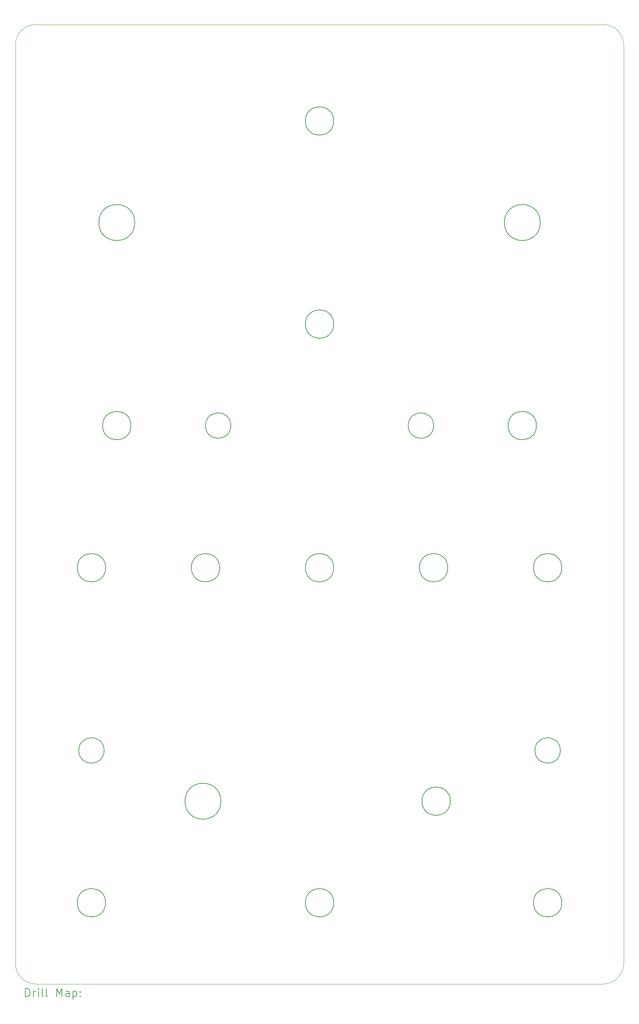
<source format=gbr>
%FSLAX45Y45*%
G04 Gerber Fmt 4.5, Leading zero omitted, Abs format (unit mm)*
G04 Created by KiCad (PCBNEW 6.0.5+dfsg-1~bpo11+1) date 2023-01-16 15:28:36*
%MOMM*%
%LPD*%
G01*
G04 APERTURE LIST*
%TA.AperFunction,Profile*%
%ADD10C,0.150000*%
%TD*%
%TA.AperFunction,Profile*%
%ADD11C,0.100000*%
%TD*%
%ADD12C,0.200000*%
G04 APERTURE END LIST*
D10*
X24130000Y-12065000D02*
G75*
G03*
X24130000Y-12065000I-317500J0D01*
G01*
X16547500Y-12065000D02*
G75*
G03*
X16547500Y-12065000I-355000J0D01*
G01*
X27342500Y-15621000D02*
G75*
G03*
X27342500Y-15621000I-355000J0D01*
G01*
X21626829Y-4444375D02*
G75*
G03*
X21626829Y-4444375I-355000J0D01*
G01*
X27305000Y-20193000D02*
G75*
G03*
X27305000Y-20193000I-317500J0D01*
G01*
X15912500Y-24003000D02*
G75*
G03*
X15912500Y-24003000I-355000J0D01*
G01*
X18801500Y-21463000D02*
G75*
G03*
X18801500Y-21463000I-450000J0D01*
G01*
X15912500Y-15621000D02*
G75*
G03*
X15912500Y-15621000I-355000J0D01*
G01*
X19050000Y-12065000D02*
G75*
G03*
X19050000Y-12065000I-317500J0D01*
G01*
X21627500Y-24003000D02*
G75*
G03*
X21627500Y-24003000I-355000J0D01*
G01*
X26802500Y-6985000D02*
G75*
G03*
X26802500Y-6985000I-450000J0D01*
G01*
X24485000Y-15621000D02*
G75*
G03*
X24485000Y-15621000I-355000J0D01*
G01*
X27342500Y-24003000D02*
G75*
G03*
X27342500Y-24003000I-355000J0D01*
G01*
X16642500Y-6985000D02*
G75*
G03*
X16642500Y-6985000I-450000J0D01*
G01*
D11*
X13652500Y-25527000D02*
G75*
G03*
X14160500Y-26035000I508000J0D01*
G01*
D10*
X15875000Y-20193000D02*
G75*
G03*
X15875000Y-20193000I-317500J0D01*
G01*
X21627500Y-9525000D02*
G75*
G03*
X21627500Y-9525000I-355000J0D01*
G01*
D11*
X28892500Y-25527000D02*
X28892500Y-2540000D01*
D10*
X24548500Y-21463000D02*
G75*
G03*
X24548500Y-21463000I-355000J0D01*
G01*
X18770000Y-15621000D02*
G75*
G03*
X18770000Y-15621000I-355000J0D01*
G01*
D11*
X14160500Y-2032000D02*
G75*
G03*
X13652500Y-2540000I0J-508000D01*
G01*
D10*
X26707041Y-12064372D02*
G75*
G03*
X26707041Y-12064372I-355000J0D01*
G01*
D11*
X28384500Y-2032000D02*
X14160500Y-2032000D01*
X28892500Y-2540000D02*
G75*
G03*
X28384500Y-2032000I-508000J0D01*
G01*
D10*
X21627500Y-15621000D02*
G75*
G03*
X21627500Y-15621000I-355000J0D01*
G01*
D11*
X13652500Y-2540000D02*
X13652500Y-25527000D01*
X28384500Y-26035000D02*
G75*
G03*
X28892500Y-25527000I0J508000D01*
G01*
X14160500Y-26035000D02*
X28384500Y-26035000D01*
D12*
X13905119Y-26350476D02*
X13905119Y-26150476D01*
X13952738Y-26150476D01*
X13981309Y-26160000D01*
X14000357Y-26179048D01*
X14009881Y-26198095D01*
X14019405Y-26236191D01*
X14019405Y-26264762D01*
X14009881Y-26302857D01*
X14000357Y-26321905D01*
X13981309Y-26340952D01*
X13952738Y-26350476D01*
X13905119Y-26350476D01*
X14105119Y-26350476D02*
X14105119Y-26217143D01*
X14105119Y-26255238D02*
X14114643Y-26236191D01*
X14124167Y-26226667D01*
X14143214Y-26217143D01*
X14162262Y-26217143D01*
X14228928Y-26350476D02*
X14228928Y-26217143D01*
X14228928Y-26150476D02*
X14219405Y-26160000D01*
X14228928Y-26169524D01*
X14238452Y-26160000D01*
X14228928Y-26150476D01*
X14228928Y-26169524D01*
X14352738Y-26350476D02*
X14333690Y-26340952D01*
X14324167Y-26321905D01*
X14324167Y-26150476D01*
X14457500Y-26350476D02*
X14438452Y-26340952D01*
X14428928Y-26321905D01*
X14428928Y-26150476D01*
X14686071Y-26350476D02*
X14686071Y-26150476D01*
X14752738Y-26293333D01*
X14819405Y-26150476D01*
X14819405Y-26350476D01*
X15000357Y-26350476D02*
X15000357Y-26245714D01*
X14990833Y-26226667D01*
X14971786Y-26217143D01*
X14933690Y-26217143D01*
X14914643Y-26226667D01*
X15000357Y-26340952D02*
X14981309Y-26350476D01*
X14933690Y-26350476D01*
X14914643Y-26340952D01*
X14905119Y-26321905D01*
X14905119Y-26302857D01*
X14914643Y-26283810D01*
X14933690Y-26274286D01*
X14981309Y-26274286D01*
X15000357Y-26264762D01*
X15095595Y-26217143D02*
X15095595Y-26417143D01*
X15095595Y-26226667D02*
X15114643Y-26217143D01*
X15152738Y-26217143D01*
X15171786Y-26226667D01*
X15181309Y-26236191D01*
X15190833Y-26255238D01*
X15190833Y-26312381D01*
X15181309Y-26331429D01*
X15171786Y-26340952D01*
X15152738Y-26350476D01*
X15114643Y-26350476D01*
X15095595Y-26340952D01*
X15276548Y-26331429D02*
X15286071Y-26340952D01*
X15276548Y-26350476D01*
X15267024Y-26340952D01*
X15276548Y-26331429D01*
X15276548Y-26350476D01*
X15276548Y-26226667D02*
X15286071Y-26236191D01*
X15276548Y-26245714D01*
X15267024Y-26236191D01*
X15276548Y-26226667D01*
X15276548Y-26245714D01*
M02*

</source>
